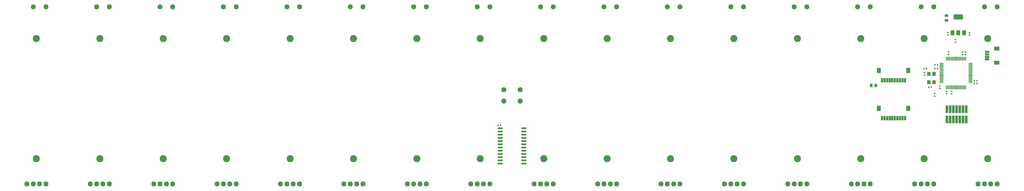
<source format=gbs>
G04 #@! TF.GenerationSoftware,KiCad,Pcbnew,9.0.6*
G04 #@! TF.CreationDate,2025-12-16T13:31:05+01:00*
G04 #@! TF.ProjectId,MBO,4d424f2e-6b69-4636-9164-5f7063625858,rev?*
G04 #@! TF.SameCoordinates,Original*
G04 #@! TF.FileFunction,Soldermask,Bot*
G04 #@! TF.FilePolarity,Negative*
%FSLAX46Y46*%
G04 Gerber Fmt 4.6, Leading zero omitted, Abs format (unit mm)*
G04 Created by KiCad (PCBNEW 9.0.6) date 2025-12-16 13:31:05*
%MOMM*%
%LPD*%
G01*
G04 APERTURE LIST*
G04 Aperture macros list*
%AMRoundRect*
0 Rectangle with rounded corners*
0 $1 Rounding radius*
0 $2 $3 $4 $5 $6 $7 $8 $9 X,Y pos of 4 corners*
0 Add a 4 corners polygon primitive as box body*
4,1,4,$2,$3,$4,$5,$6,$7,$8,$9,$2,$3,0*
0 Add four circle primitives for the rounded corners*
1,1,$1+$1,$2,$3*
1,1,$1+$1,$4,$5*
1,1,$1+$1,$6,$7*
1,1,$1+$1,$8,$9*
0 Add four rect primitives between the rounded corners*
20,1,$1+$1,$2,$3,$4,$5,0*
20,1,$1+$1,$4,$5,$6,$7,0*
20,1,$1+$1,$6,$7,$8,$9,0*
20,1,$1+$1,$8,$9,$2,$3,0*%
G04 Aperture macros list end*
%ADD10C,1.962000*%
%ADD11C,2.801600*%
%ADD12C,2.000000*%
%ADD13RoundRect,0.140000X-0.170000X0.140000X-0.170000X-0.140000X0.170000X-0.140000X0.170000X0.140000X0*%
%ADD14RoundRect,0.140000X0.140000X0.170000X-0.140000X0.170000X-0.140000X-0.170000X0.140000X-0.170000X0*%
%ADD15RoundRect,0.140000X0.170000X-0.140000X0.170000X0.140000X-0.170000X0.140000X-0.170000X-0.140000X0*%
%ADD16RoundRect,0.250000X0.450000X-0.262500X0.450000X0.262500X-0.450000X0.262500X-0.450000X-0.262500X0*%
%ADD17RoundRect,0.135000X0.185000X-0.135000X0.185000X0.135000X-0.185000X0.135000X-0.185000X-0.135000X0*%
%ADD18RoundRect,0.102000X0.330200X0.774700X-0.330200X0.774700X-0.330200X-0.774700X0.330200X-0.774700X0*%
%ADD19RoundRect,0.102000X0.647700X0.952500X-0.647700X0.952500X-0.647700X-0.952500X0.647700X-0.952500X0*%
%ADD20RoundRect,0.075000X-0.700000X-0.075000X0.700000X-0.075000X0.700000X0.075000X-0.700000X0.075000X0*%
%ADD21RoundRect,0.075000X-0.075000X-0.700000X0.075000X-0.700000X0.075000X0.700000X-0.075000X0.700000X0*%
%ADD22RoundRect,0.140000X-0.140000X-0.170000X0.140000X-0.170000X0.140000X0.170000X-0.140000X0.170000X0*%
%ADD23RoundRect,0.250000X0.262500X0.450000X-0.262500X0.450000X-0.262500X-0.450000X0.262500X-0.450000X0*%
%ADD24RoundRect,0.102000X0.370000X1.395000X-0.370000X1.395000X-0.370000X-1.395000X0.370000X-1.395000X0*%
%ADD25RoundRect,0.150000X0.875000X0.150000X-0.875000X0.150000X-0.875000X-0.150000X0.875000X-0.150000X0*%
%ADD26RoundRect,0.250000X0.400000X-0.550000X0.400000X0.550000X-0.400000X0.550000X-0.400000X-0.550000X0*%
%ADD27RoundRect,0.375000X0.375000X-0.625000X0.375000X0.625000X-0.375000X0.625000X-0.375000X-0.625000X0*%
%ADD28RoundRect,0.500000X1.400000X-0.500000X1.400000X0.500000X-1.400000X0.500000X-1.400000X-0.500000X0*%
%ADD29RoundRect,0.102000X0.774700X-0.330200X0.774700X0.330200X-0.774700X0.330200X-0.774700X-0.330200X0*%
%ADD30RoundRect,0.102000X0.952500X-0.647700X0.952500X0.647700X-0.952500X0.647700X-0.952500X-0.647700X0*%
G04 APERTURE END LIST*
D10*
X252750000Y-228600000D03*
X250250000Y-228600000D03*
X252750000Y-158600000D03*
X255250000Y-228600000D03*
X257750000Y-228600000D03*
D11*
X254000000Y-218600000D03*
X254000000Y-171100000D03*
D10*
X257750000Y-158600000D03*
D12*
X338250000Y-191350000D03*
X344750000Y-191350000D03*
X338250000Y-195850000D03*
X344750000Y-195850000D03*
D10*
X177750000Y-228600000D03*
X175250000Y-228600000D03*
X177750000Y-158600000D03*
X180250000Y-228600000D03*
X182750000Y-228600000D03*
D11*
X179000000Y-218600000D03*
X179000000Y-171100000D03*
D10*
X182750000Y-158600000D03*
X352750000Y-228600000D03*
X350250000Y-228600000D03*
X352750000Y-158600000D03*
X355250000Y-228600000D03*
X357750000Y-228600000D03*
D11*
X354000000Y-218600000D03*
X354000000Y-171100000D03*
D10*
X357750000Y-158600000D03*
X502750000Y-228600000D03*
X500250000Y-228600000D03*
X502750000Y-158600000D03*
X505250000Y-228600000D03*
X507750000Y-228600000D03*
D11*
X504000000Y-218600000D03*
X504000000Y-171100000D03*
D10*
X507750000Y-158600000D03*
X377750000Y-228600000D03*
X375250000Y-228600000D03*
X377750000Y-158600000D03*
X380250000Y-228600000D03*
X382750000Y-228600000D03*
D11*
X379000000Y-218600000D03*
X379000000Y-171100000D03*
D10*
X382750000Y-158600000D03*
X527750000Y-228600000D03*
X525250000Y-228600000D03*
X527750000Y-158600000D03*
X530250000Y-228600000D03*
X532750000Y-228600000D03*
D11*
X529000000Y-218600000D03*
X529000000Y-171100000D03*
D10*
X532750000Y-158600000D03*
X327750000Y-228600000D03*
X325250000Y-228600000D03*
X327750000Y-158600000D03*
X330250000Y-228600000D03*
X332750000Y-228600000D03*
D11*
X329000000Y-218600000D03*
X329000000Y-171100000D03*
D10*
X332750000Y-158600000D03*
X427750000Y-228600000D03*
X425250000Y-228600000D03*
X427750000Y-158600000D03*
X430250000Y-228600000D03*
X432750000Y-228600000D03*
D11*
X429000000Y-218600000D03*
X429000000Y-171100000D03*
D10*
X432750000Y-158600000D03*
X452750000Y-228600000D03*
X450250000Y-228600000D03*
X452750000Y-158600000D03*
X455250000Y-228600000D03*
X457750000Y-228600000D03*
D11*
X454000000Y-218600000D03*
X454000000Y-171100000D03*
D10*
X457750000Y-158600000D03*
X227750000Y-228600000D03*
X225250000Y-228600000D03*
X227750000Y-158600000D03*
X230250000Y-228600000D03*
X232750000Y-228600000D03*
D11*
X229000000Y-218600000D03*
X229000000Y-171100000D03*
D10*
X232750000Y-158600000D03*
X202750000Y-228600000D03*
X200250000Y-228600000D03*
X202750000Y-158600000D03*
X205250000Y-228600000D03*
X207750000Y-228600000D03*
D11*
X204000000Y-218600000D03*
X204000000Y-171100000D03*
D10*
X207750000Y-158600000D03*
X277750000Y-228600000D03*
X275250000Y-228600000D03*
X277750000Y-158600000D03*
X280250000Y-228600000D03*
X282750000Y-228600000D03*
D11*
X279000000Y-218600000D03*
X279000000Y-171100000D03*
D10*
X282750000Y-158600000D03*
X152750000Y-228600000D03*
X150250000Y-228600000D03*
X152750000Y-158600000D03*
X155250000Y-228600000D03*
X157750000Y-228600000D03*
D11*
X154000000Y-218600000D03*
X154000000Y-171100000D03*
D10*
X157750000Y-158600000D03*
X477750000Y-228600000D03*
X475250000Y-228600000D03*
X477750000Y-158600000D03*
X480250000Y-228600000D03*
X482750000Y-228600000D03*
D11*
X479000000Y-218600000D03*
X479000000Y-171100000D03*
D10*
X482750000Y-158600000D03*
X302750000Y-228600000D03*
X300250000Y-228600000D03*
X302750000Y-158600000D03*
X305250000Y-228600000D03*
X307750000Y-228600000D03*
D11*
X304000000Y-218600000D03*
X304000000Y-171100000D03*
D10*
X307750000Y-158600000D03*
X402750000Y-228600000D03*
X400250000Y-228600000D03*
X402750000Y-158600000D03*
X405250000Y-228600000D03*
X407750000Y-228600000D03*
D11*
X404000000Y-218600000D03*
X404000000Y-171100000D03*
D10*
X407750000Y-158600000D03*
D13*
X504150000Y-184620000D03*
X504150000Y-185580000D03*
D14*
X524780000Y-187800000D03*
X523820000Y-187800000D03*
D15*
X512800000Y-192930000D03*
X512800000Y-191970000D03*
D16*
X512750000Y-163882500D03*
X512750000Y-162057500D03*
D17*
X514800000Y-192960000D03*
X514800000Y-191940000D03*
D15*
X521800000Y-169730000D03*
X521800000Y-168770000D03*
D14*
X509200000Y-182950000D03*
X508240000Y-182950000D03*
D18*
X487400000Y-202600000D03*
X488400000Y-202600000D03*
X489400000Y-202600000D03*
X490400000Y-202600000D03*
X491400000Y-202600000D03*
X492400000Y-202600000D03*
X493400000Y-202598500D03*
X494400000Y-202598500D03*
X495400000Y-202598500D03*
X496400000Y-202598500D03*
D19*
X497700000Y-198723500D03*
X486100000Y-198725000D03*
D13*
X520300000Y-176470000D03*
X520300000Y-177430000D03*
D20*
X510875000Y-188450000D03*
X510875000Y-187950000D03*
X510875000Y-187450000D03*
X510875000Y-186950000D03*
X510875000Y-186450000D03*
X510875000Y-185950000D03*
X510875000Y-185450000D03*
X510875000Y-184950000D03*
X510875000Y-184450000D03*
X510875000Y-183950000D03*
X510875000Y-183450000D03*
X510875000Y-182950000D03*
X510875000Y-182450000D03*
X510875000Y-181950000D03*
X510875000Y-181450000D03*
X510875000Y-180950000D03*
D21*
X512800000Y-179025000D03*
X513300000Y-179025000D03*
X513800000Y-179025000D03*
X514300000Y-179025000D03*
X514800000Y-179025000D03*
X515300000Y-179025000D03*
X515800000Y-179025000D03*
X516300000Y-179025000D03*
X516800000Y-179025000D03*
X517300000Y-179025000D03*
X517800000Y-179025000D03*
X518300000Y-179025000D03*
X518800000Y-179025000D03*
X519300000Y-179025000D03*
X519800000Y-179025000D03*
X520300000Y-179025000D03*
D20*
X522225000Y-180950000D03*
X522225000Y-181450000D03*
X522225000Y-181950000D03*
X522225000Y-182450000D03*
X522225000Y-182950000D03*
X522225000Y-183450000D03*
X522225000Y-183950000D03*
X522225000Y-184450000D03*
X522225000Y-184950000D03*
X522225000Y-185450000D03*
X522225000Y-185950000D03*
X522225000Y-186450000D03*
X522225000Y-186950000D03*
X522225000Y-187450000D03*
X522225000Y-187950000D03*
X522225000Y-188450000D03*
D21*
X520300000Y-190375000D03*
X519800000Y-190375000D03*
X519300000Y-190375000D03*
X518800000Y-190375000D03*
X518300000Y-190375000D03*
X517800000Y-190375000D03*
X517300000Y-190375000D03*
X516800000Y-190375000D03*
X516300000Y-190375000D03*
X515800000Y-190375000D03*
X515300000Y-190375000D03*
X514800000Y-190375000D03*
X514300000Y-190375000D03*
X513800000Y-190375000D03*
X513300000Y-190375000D03*
X512800000Y-190375000D03*
D15*
X510150000Y-190830000D03*
X510150000Y-189870000D03*
D22*
X505820000Y-190300000D03*
X506780000Y-190300000D03*
X503970000Y-183050000D03*
X504930000Y-183050000D03*
D14*
X509200000Y-181550000D03*
X508240000Y-181550000D03*
D23*
X484962500Y-189600000D03*
X483137500Y-189600000D03*
D24*
X520590000Y-203135000D03*
X520590000Y-199065000D03*
X519320000Y-203135000D03*
X519320000Y-199065000D03*
X518050000Y-203135000D03*
X518050000Y-199065000D03*
X516780000Y-203135000D03*
X516780000Y-199065000D03*
X515510000Y-203135000D03*
X515510000Y-199065000D03*
X514240000Y-203135000D03*
X514240000Y-199065000D03*
X512970000Y-203135000D03*
X512970000Y-199065000D03*
D15*
X513250000Y-169700000D03*
X513250000Y-168740000D03*
D25*
X346150000Y-206615000D03*
X346150000Y-207885000D03*
X346150000Y-209155000D03*
X346150000Y-210425000D03*
X346150000Y-211695000D03*
X346150000Y-212965000D03*
X346150000Y-214235000D03*
X346150000Y-215505000D03*
X346150000Y-216775000D03*
X346150000Y-218045000D03*
X346150000Y-219315000D03*
X346150000Y-220585000D03*
X336850000Y-220585000D03*
X336850000Y-219315000D03*
X336850000Y-218045000D03*
X336850000Y-216775000D03*
X336850000Y-215505000D03*
X336850000Y-214235000D03*
X336850000Y-212965000D03*
X336850000Y-211695000D03*
X336850000Y-210425000D03*
X336850000Y-209155000D03*
X336850000Y-207885000D03*
X336850000Y-206615000D03*
D13*
X519250000Y-176470000D03*
X519250000Y-177430000D03*
D17*
X516300000Y-172560000D03*
X516300000Y-171540000D03*
D14*
X524780000Y-188850000D03*
X523820000Y-188850000D03*
D26*
X505850000Y-188400000D03*
X505850000Y-185100000D03*
X507850000Y-185100000D03*
X507850000Y-188400000D03*
D27*
X519750000Y-168850000D03*
X517450000Y-168850000D03*
X515150000Y-168850000D03*
D28*
X517450000Y-162550000D03*
D18*
X487400000Y-187600000D03*
X488400000Y-187600000D03*
X489400000Y-187600000D03*
X490400000Y-187600000D03*
X491400000Y-187600000D03*
X492400000Y-187600000D03*
X493400000Y-187598500D03*
X494400000Y-187598500D03*
X495400000Y-187598500D03*
X496400000Y-187598500D03*
D19*
X497700000Y-183723500D03*
X486100000Y-183725000D03*
D14*
X336980000Y-205350000D03*
X336020000Y-205350000D03*
D13*
X513650000Y-176470000D03*
X513650000Y-177430000D03*
D17*
X508100000Y-193860000D03*
X508100000Y-192840000D03*
D29*
X528751500Y-176350000D03*
X528751500Y-177350000D03*
X528751500Y-178350000D03*
X528751500Y-179350000D03*
D30*
X532626500Y-180650000D03*
X532626500Y-175050000D03*
M02*

</source>
